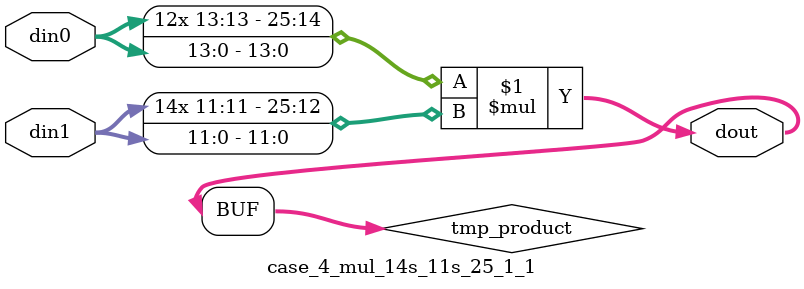
<source format=v>

`timescale 1 ns / 1 ps

 (* use_dsp = "no" *)  module case_4_mul_14s_11s_25_1_1(din0, din1, dout);
parameter ID = 1;
parameter NUM_STAGE = 0;
parameter din0_WIDTH = 14;
parameter din1_WIDTH = 12;
parameter dout_WIDTH = 26;

input [din0_WIDTH - 1 : 0] din0; 
input [din1_WIDTH - 1 : 0] din1; 
output [dout_WIDTH - 1 : 0] dout;

wire signed [dout_WIDTH - 1 : 0] tmp_product;



























assign tmp_product = $signed(din0) * $signed(din1);








assign dout = tmp_product;





















endmodule

</source>
